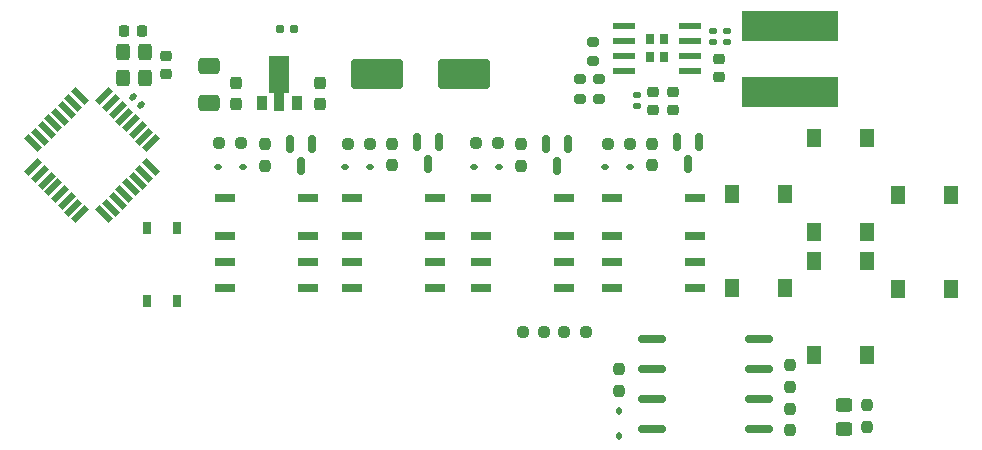
<source format=gbr>
%TF.GenerationSoftware,KiCad,Pcbnew,7.0.10*%
%TF.CreationDate,2024-03-04T12:47:41+01:00*%
%TF.ProjectId,OS-ServoDriver,4f532d53-6572-4766-9f44-72697665722e,rev?*%
%TF.SameCoordinates,Original*%
%TF.FileFunction,Paste,Top*%
%TF.FilePolarity,Positive*%
%FSLAX46Y46*%
G04 Gerber Fmt 4.6, Leading zero omitted, Abs format (unit mm)*
G04 Created by KiCad (PCBNEW 7.0.10) date 2024-03-04 12:47:41*
%MOMM*%
%LPD*%
G01*
G04 APERTURE LIST*
G04 Aperture macros list*
%AMRoundRect*
0 Rectangle with rounded corners*
0 $1 Rounding radius*
0 $2 $3 $4 $5 $6 $7 $8 $9 X,Y pos of 4 corners*
0 Add a 4 corners polygon primitive as box body*
4,1,4,$2,$3,$4,$5,$6,$7,$8,$9,$2,$3,0*
0 Add four circle primitives for the rounded corners*
1,1,$1+$1,$2,$3*
1,1,$1+$1,$4,$5*
1,1,$1+$1,$6,$7*
1,1,$1+$1,$8,$9*
0 Add four rect primitives between the rounded corners*
20,1,$1+$1,$2,$3,$4,$5,0*
20,1,$1+$1,$4,$5,$6,$7,0*
20,1,$1+$1,$6,$7,$8,$9,0*
20,1,$1+$1,$8,$9,$2,$3,0*%
%AMRotRect*
0 Rectangle, with rotation*
0 The origin of the aperture is its center*
0 $1 length*
0 $2 width*
0 $3 Rotation angle, in degrees counterclockwise*
0 Add horizontal line*
21,1,$1,$2,0,0,$3*%
%AMFreePoly0*
4,1,9,3.862500,-0.866500,0.737500,-0.866500,0.737500,-0.450000,-0.737500,-0.450000,-0.737500,0.450000,0.737500,0.450000,0.737500,0.866500,3.862500,0.866500,3.862500,-0.866500,3.862500,-0.866500,$1*%
G04 Aperture macros list end*
%ADD10R,1.910000X0.610000*%
%ADD11R,0.723000X0.930000*%
%ADD12R,1.800000X0.800000*%
%ADD13RoundRect,0.237500X-0.237500X0.250000X-0.237500X-0.250000X0.237500X-0.250000X0.237500X0.250000X0*%
%ADD14RoundRect,0.225000X0.225000X0.250000X-0.225000X0.250000X-0.225000X-0.250000X0.225000X-0.250000X0*%
%ADD15R,0.800000X1.000000*%
%ADD16RoundRect,0.112500X-0.187500X-0.112500X0.187500X-0.112500X0.187500X0.112500X-0.187500X0.112500X0*%
%ADD17RoundRect,0.300000X0.300000X-0.400000X0.300000X0.400000X-0.300000X0.400000X-0.300000X-0.400000X0*%
%ADD18R,0.900000X1.300000*%
%ADD19FreePoly0,90.000000*%
%ADD20RoundRect,0.150000X-0.150000X0.587500X-0.150000X-0.587500X0.150000X-0.587500X0.150000X0.587500X0*%
%ADD21RoundRect,0.237500X-0.250000X-0.237500X0.250000X-0.237500X0.250000X0.237500X-0.250000X0.237500X0*%
%ADD22R,8.200000X2.600000*%
%ADD23R,1.300000X1.550000*%
%ADD24RoundRect,0.112500X-0.112500X0.187500X-0.112500X-0.187500X0.112500X-0.187500X0.112500X0.187500X0*%
%ADD25RoundRect,0.162500X-1.012500X-0.162500X1.012500X-0.162500X1.012500X0.162500X-1.012500X0.162500X0*%
%ADD26RoundRect,0.140000X0.170000X-0.140000X0.170000X0.140000X-0.170000X0.140000X-0.170000X-0.140000X0*%
%ADD27RoundRect,0.250000X-1.950000X-1.000000X1.950000X-1.000000X1.950000X1.000000X-1.950000X1.000000X0*%
%ADD28RoundRect,0.200000X0.275000X-0.200000X0.275000X0.200000X-0.275000X0.200000X-0.275000X-0.200000X0*%
%ADD29RoundRect,0.237500X0.250000X0.237500X-0.250000X0.237500X-0.250000X-0.237500X0.250000X-0.237500X0*%
%ADD30RoundRect,0.237500X0.237500X-0.250000X0.237500X0.250000X-0.237500X0.250000X-0.237500X-0.250000X0*%
%ADD31RoundRect,0.140000X-0.219203X-0.021213X-0.021213X-0.219203X0.219203X0.021213X0.021213X0.219203X0*%
%ADD32RoundRect,0.225000X0.250000X-0.225000X0.250000X0.225000X-0.250000X0.225000X-0.250000X-0.225000X0*%
%ADD33RoundRect,0.160000X0.197500X0.160000X-0.197500X0.160000X-0.197500X-0.160000X0.197500X-0.160000X0*%
%ADD34RoundRect,0.225000X-0.250000X0.225000X-0.250000X-0.225000X0.250000X-0.225000X0.250000X0.225000X0*%
%ADD35RoundRect,0.200000X-0.275000X0.200000X-0.275000X-0.200000X0.275000X-0.200000X0.275000X0.200000X0*%
%ADD36RoundRect,0.250000X0.450000X-0.325000X0.450000X0.325000X-0.450000X0.325000X-0.450000X-0.325000X0*%
%ADD37RoundRect,0.237500X0.237500X-0.300000X0.237500X0.300000X-0.237500X0.300000X-0.237500X-0.300000X0*%
%ADD38RoundRect,0.250000X0.650000X-0.412500X0.650000X0.412500X-0.650000X0.412500X-0.650000X-0.412500X0*%
%ADD39RotRect,1.600000X0.550000X225.000000*%
%ADD40RotRect,1.600000X0.550000X315.000000*%
G04 APERTURE END LIST*
D10*
%TO.C,U901*%
X141667000Y-117094000D03*
X141667000Y-115824000D03*
X141667000Y-114554000D03*
X141667000Y-113284000D03*
X136107000Y-113284000D03*
X136107000Y-114554000D03*
X136107000Y-115824000D03*
X136107000Y-117094000D03*
D11*
X139489500Y-115964000D03*
X139489500Y-114414000D03*
X138284500Y-115964000D03*
X138284500Y-114414000D03*
%TD*%
D12*
%TO.C,K1101*%
X142057000Y-127902000D03*
X142057000Y-131102000D03*
X142057000Y-133302000D03*
X142057000Y-135502000D03*
X135057000Y-135502000D03*
X135057000Y-133302000D03*
X135057000Y-131102000D03*
X135057000Y-127902000D03*
%TD*%
D13*
%TO.C,R1002*%
X105664000Y-123290500D03*
X105664000Y-125115500D03*
%TD*%
D14*
%TO.C,C203*%
X95306324Y-113698732D03*
X93756324Y-113698732D03*
%TD*%
D15*
%TO.C,D101*%
X98270000Y-130425000D03*
X95730000Y-130425000D03*
X95730000Y-136575000D03*
X98270000Y-136575000D03*
%TD*%
D16*
%TO.C,D1001*%
X112488000Y-125222000D03*
X114588000Y-125222000D03*
%TD*%
D17*
%TO.C,Y201*%
X95542324Y-117676732D03*
X95542324Y-115476732D03*
X93642324Y-115476732D03*
X93642324Y-117676732D03*
%TD*%
D13*
%TO.C,R701*%
X135636000Y-142343500D03*
X135636000Y-144168500D03*
%TD*%
D18*
%TO.C,U301*%
X105410000Y-119787500D03*
D19*
X106910000Y-119700000D03*
D18*
X108410000Y-119787500D03*
%TD*%
D20*
%TO.C,Q1101*%
X142428000Y-123144500D03*
X140528000Y-123144500D03*
X141478000Y-125019500D03*
%TD*%
D21*
%TO.C,R705*%
X131040500Y-139192000D03*
X132865500Y-139192000D03*
%TD*%
D16*
%TO.C,D1101*%
X134459000Y-125225000D03*
X136559000Y-125225000D03*
%TD*%
D22*
%TO.C,L901*%
X150095500Y-113278000D03*
X150095500Y-118878000D03*
%TD*%
D21*
%TO.C,R1003*%
X112752500Y-123317000D03*
X114577500Y-123317000D03*
%TD*%
D23*
%TO.C,SW104*%
X156682000Y-122771000D03*
X156682000Y-130721000D03*
X152182000Y-122771000D03*
X152182000Y-130721000D03*
%TD*%
D24*
%TO.C,D701*%
X135636000Y-145889000D03*
X135636000Y-147989000D03*
%TD*%
D20*
%TO.C,Q1002*%
X109662000Y-123265500D03*
X107762000Y-123265500D03*
X108712000Y-125140500D03*
%TD*%
D25*
%TO.C,U701*%
X147484000Y-139787500D03*
X147484000Y-142327500D03*
X147484000Y-144867500D03*
X147484000Y-147407500D03*
X138434000Y-147407500D03*
X138434000Y-144867500D03*
X138434000Y-142327500D03*
X138434000Y-139787500D03*
%TD*%
D13*
%TO.C,R702*%
X150135000Y-142020000D03*
X150135000Y-143845000D03*
%TD*%
D12*
%TO.C,K1002*%
X109291000Y-127893000D03*
X109291000Y-131093000D03*
X109291000Y-133293000D03*
X109291000Y-135493000D03*
X102291000Y-135493000D03*
X102291000Y-133293000D03*
X102291000Y-131093000D03*
X102291000Y-127893000D03*
%TD*%
D21*
%TO.C,R1103*%
X134723500Y-123320000D03*
X136548500Y-123320000D03*
%TD*%
D23*
%TO.C,SW101*%
X149697000Y-127525000D03*
X149697000Y-135475000D03*
X145197000Y-127525000D03*
X145197000Y-135475000D03*
%TD*%
D26*
%TO.C,C903*%
X144761500Y-114681000D03*
X144761500Y-113721000D03*
%TD*%
%TO.C,C906*%
X137141500Y-120112000D03*
X137141500Y-119152000D03*
%TD*%
D27*
%TO.C,C101*%
X115172000Y-117348000D03*
X122572000Y-117348000D03*
%TD*%
D23*
%TO.C,SW102*%
X163794000Y-127597000D03*
X163794000Y-135547000D03*
X159294000Y-127597000D03*
X159294000Y-135547000D03*
%TD*%
D28*
%TO.C,R902*%
X133458500Y-116268000D03*
X133458500Y-114618000D03*
%TD*%
D16*
%TO.C,D1002*%
X101693000Y-125219000D03*
X103793000Y-125219000D03*
%TD*%
D13*
%TO.C,R1001*%
X116459000Y-123270000D03*
X116459000Y-125095000D03*
%TD*%
D29*
%TO.C,R704*%
X129333000Y-139192000D03*
X127508000Y-139192000D03*
%TD*%
D26*
%TO.C,C902*%
X143618500Y-114681000D03*
X143618500Y-113721000D03*
%TD*%
D30*
%TO.C,R201*%
X156677000Y-147233000D03*
X156677000Y-145408000D03*
%TD*%
D31*
%TO.C,C202*%
X94531324Y-119286732D03*
X95210146Y-119965554D03*
%TD*%
D21*
%TO.C,R1004*%
X101830500Y-123187000D03*
X103655500Y-123187000D03*
%TD*%
D23*
%TO.C,SW103*%
X156682000Y-133185000D03*
X156682000Y-141135000D03*
X152182000Y-133185000D03*
X152182000Y-141135000D03*
%TD*%
D32*
%TO.C,C904*%
X138523500Y-120409000D03*
X138523500Y-118859000D03*
%TD*%
D12*
%TO.C,K1001*%
X120086000Y-127899000D03*
X120086000Y-131099000D03*
X120086000Y-133299000D03*
X120086000Y-135499000D03*
X113086000Y-135499000D03*
X113086000Y-133299000D03*
X113086000Y-131099000D03*
X113086000Y-127899000D03*
%TD*%
D33*
%TO.C,R202*%
X108166500Y-113538000D03*
X106971500Y-113538000D03*
%TD*%
D13*
%TO.C,R1101*%
X138430000Y-123273000D03*
X138430000Y-125098000D03*
%TD*%
D34*
%TO.C,C201*%
X97293325Y-115844732D03*
X97293325Y-117394732D03*
%TD*%
D35*
%TO.C,R903*%
X133966500Y-117793000D03*
X133966500Y-119443000D03*
%TD*%
D36*
%TO.C,D201*%
X154686000Y-147456000D03*
X154686000Y-145406000D03*
%TD*%
D37*
%TO.C,C301*%
X110363000Y-119861500D03*
X110363000Y-118136500D03*
%TD*%
D20*
%TO.C,Q1102*%
X131379000Y-123271500D03*
X129479000Y-123271500D03*
X130429000Y-125146500D03*
%TD*%
D28*
%TO.C,R901*%
X132315500Y-119443000D03*
X132315500Y-117793000D03*
%TD*%
D34*
%TO.C,C901*%
X144126500Y-116065000D03*
X144126500Y-117615000D03*
%TD*%
D16*
%TO.C,D1102*%
X123410000Y-125225000D03*
X125510000Y-125225000D03*
%TD*%
D38*
%TO.C,C303*%
X100965000Y-119826000D03*
X100965000Y-116701000D03*
%TD*%
D30*
%TO.C,R703*%
X150135000Y-147528000D03*
X150135000Y-145703000D03*
%TD*%
D21*
%TO.C,R1104*%
X123547500Y-123193000D03*
X125372500Y-123193000D03*
%TD*%
D32*
%TO.C,C905*%
X140189500Y-120409000D03*
X140189500Y-118859000D03*
%TD*%
D37*
%TO.C,C302*%
X103251000Y-119888000D03*
X103251000Y-118163000D03*
%TD*%
D39*
%TO.C,U202*%
X96046427Y-123224426D03*
X95480741Y-122658741D03*
X94915056Y-122093055D03*
X94349371Y-121527370D03*
X93783685Y-120961684D03*
X93218000Y-120395999D03*
X92652314Y-119830314D03*
X92086629Y-119264628D03*
D40*
X90036019Y-119264628D03*
X89470334Y-119830314D03*
X88904648Y-120395999D03*
X88338963Y-120961684D03*
X87773277Y-121527370D03*
X87207592Y-122093055D03*
X86641907Y-122658741D03*
X86076221Y-123224426D03*
D39*
X86076221Y-125275036D03*
X86641907Y-125840721D03*
X87207592Y-126406407D03*
X87773277Y-126972092D03*
X88338963Y-127537778D03*
X88904648Y-128103463D03*
X89470334Y-128669148D03*
X90036019Y-129234834D03*
D40*
X92086629Y-129234834D03*
X92652314Y-128669148D03*
X93218000Y-128103463D03*
X93783685Y-127537778D03*
X94349371Y-126972092D03*
X94915056Y-126406407D03*
X95480741Y-125840721D03*
X96046427Y-125275036D03*
%TD*%
D12*
%TO.C,K1102*%
X131008000Y-127899000D03*
X131008000Y-131099000D03*
X131008000Y-133299000D03*
X131008000Y-135499000D03*
X124008000Y-135499000D03*
X124008000Y-133299000D03*
X124008000Y-131099000D03*
X124008000Y-127899000D03*
%TD*%
D13*
%TO.C,R1102*%
X127381000Y-123296500D03*
X127381000Y-125121500D03*
%TD*%
D20*
%TO.C,Q1001*%
X120457000Y-123141500D03*
X118557000Y-123141500D03*
X119507000Y-125016500D03*
%TD*%
M02*

</source>
